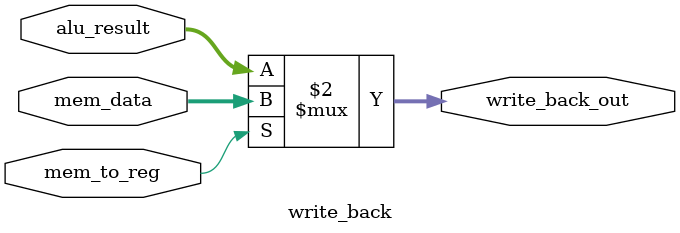
<source format=v>
`timescale 1ns / 1ps


module write_back(
    input [31:0] mem_data,
    input [31:0] alu_result,
    input mem_to_reg,
    
    output [31:0] write_back_out
);
    
    assign write_back_out = (mem_to_reg == 1'b1) ? mem_data : alu_result;

endmodule

</source>
